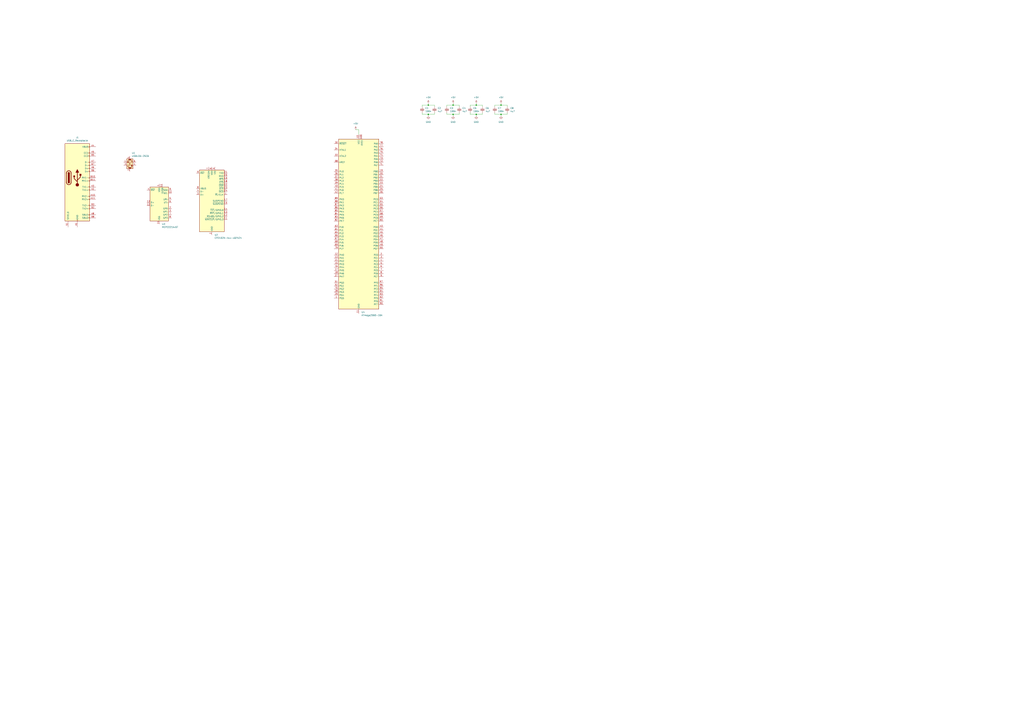
<source format=kicad_sch>
(kicad_sch (version 20231120) (generator "eeschema") (generator_version "8.0")
  (paper "A1")
  (lib_symbols
    (symbol "Connector:USB_C_Receptacle" (pin_names (offset 1.016))
      (property "Reference" "J" (at -10.16 29.21 0))
      (property "Value" "USB_C_Receptacle" (at 10.16 29.21 0))
      (symbol "USB_C_Receptacle_0_0"
        (rectangle (start -0.254 -35.56) (end 0.254 -34.544))
        (rectangle (start 10.16 -32.766) (end 9.144 -33.274))
        (rectangle (start 10.16 -30.226) (end 9.144 -30.734))
        (rectangle (start 10.16 -25.146) (end 9.144 -25.654))
        (rectangle (start 10.16 -22.606) (end 9.144 -23.114))
        (rectangle (start 10.16 -17.526) (end 9.144 -18.034))
        (rectangle (start 10.16 -14.986) (end 9.144 -15.494))
        (rectangle (start 10.16 -9.906) (end 9.144 -10.414))
        (rectangle (start 10.16 -7.366) (end 9.144 -7.874))
        (rectangle (start 10.16 -2.286) (end 9.144 -2.794))
        (rectangle (start 10.16 0.254) (end 9.144 -0.254))
        (rectangle (start 10.16 5.334) (end 9.144 4.826))
        (rectangle (start 10.16 7.874) (end 9.144 7.366))
        (rectangle (start 10.16 10.414) (end 9.144 9.906))
        (rectangle (start 10.16 12.954) (end 9.144 12.446))
        (rectangle (start 10.16 18.034) (end 9.144 17.526))
        (rectangle (start 10.16 20.574) (end 9.144 20.066))
        (rectangle (start 10.16 25.654) (end 9.144 25.146))
      )
      (symbol "USB_C_Receptacle_0_1"
        (rectangle (start -10.16 27.94) (end 10.16 -35.56) (stroke (width 0.254)) (fill (type background)))
        (arc (start -8.89 -3.81) (mid -6.985 -5.7067) (end -5.08 -3.81) (stroke (width 0.508)))
        (arc (start -7.62 -3.81) (mid -6.985 -4.4423) (end -6.35 -3.81) (stroke (width 0.254)))
        (arc (start -7.62 -3.81) (mid -6.985 -4.4423) (end -6.35 -3.81) (stroke (width 0.254)) (fill (type outline)))
        (rectangle (start -7.62 -3.81) (end -6.35 3.81) (stroke (width 0.254)) (fill (type outline)))
        (arc (start -6.35 3.81) (mid -6.985 4.4423) (end -7.62 3.81) (stroke (width 0.254)))
        (arc (start -6.35 3.81) (mid -6.985 4.4423) (end -7.62 3.81) (stroke (width 0.254)) (fill (type outline)))
        (arc (start -5.08 3.81) (mid -6.985 5.7067) (end -8.89 3.81) (stroke (width 0.508)))
        (polyline (pts (xy -8.89 -3.81) (xy -8.89 3.81)) (stroke (width 0.508)))
        (polyline (pts (xy -5.08 3.81) (xy -5.08 -3.81)) (stroke (width 0.508)))
      )
      (symbol "USB_C_Receptacle_1_1"
        (circle (center -2.54 1.143) (radius 0.635) (stroke (width 0.254)) (fill (type outline)))
        (circle (center 0 -5.842) (radius 1.27) (fill (type outline)))
        (polyline (pts (xy 0 -5.842) (xy 0 4.318)) (stroke (width 0.508)))
        (polyline (pts (xy 0 -3.302) (xy -2.54 -0.762) (xy -2.54 0.508)) (stroke (width 0.508)))
        (polyline (pts (xy 0 -2.032) (xy 2.54 0.508) (xy 2.54 1.778)) (stroke (width 0.508)))
        (polyline (pts (xy -1.27 4.318) (xy 0 6.858) (xy 1.27 4.318) (xy -1.27 4.318)) (stroke (width 0.254)) (fill (type outline)))
        (rectangle (start 1.905 1.778) (end 3.175 3.048) (stroke (width 0.254)) (fill (type outline)))
        (pin passive line (at 0 -40.64 90) (length 5.08) (name "GND") (number "A1"))
        (pin bidirectional line (at 15.24 -15.24 180) (length 5.08) (name "RX2-") (number "A10"))
        (pin bidirectional line (at 15.24 -17.78 180) (length 5.08) (name "RX2+") (number "A11"))
        (pin passive line (at 0 -40.64 90) (length 5.08) hide (name "GND") (number "A12"))
        (pin bidirectional line (at 15.24 -10.16 180) (length 5.08) (name "TX1+") (number "A2"))
        (pin bidirectional line (at 15.24 -7.62 180) (length 5.08) (name "TX1-") (number "A3"))
        (pin passive line (at 15.24 25.4 180) (length 5.08) (name "VBUS") (number "A4"))
        (pin bidirectional line (at 15.24 20.32 180) (length 5.08) (name "CC1") (number "A5"))
        (pin bidirectional line (at 15.24 7.62 180) (length 5.08) (name "D+") (number "A6"))
        (pin bidirectional line (at 15.24 12.7 180) (length 5.08) (name "D-") (number "A7"))
        (pin bidirectional line (at 15.24 -30.48 180) (length 5.08) (name "SBU1") (number "A8"))
        (pin passive line (at 15.24 25.4 180) (length 5.08) hide (name "VBUS") (number "A9"))
        (pin passive line (at 0 -40.64 90) (length 5.08) hide (name "GND") (number "B1"))
        (pin bidirectional line (at 15.24 0 180) (length 5.08) (name "RX1-") (number "B10"))
        (pin bidirectional line (at 15.24 -2.54 180) (length 5.08) (name "RX1+") (number "B11"))
        (pin passive line (at 0 -40.64 90) (length 5.08) hide (name "GND") (number "B12"))
        (pin bidirectional line (at 15.24 -25.4 180) (length 5.08) (name "TX2+") (number "B2"))
        (pin bidirectional line (at 15.24 -22.86 180) (length 5.08) (name "TX2-") (number "B3"))
        (pin passive line (at 15.24 25.4 180) (length 5.08) hide (name "VBUS") (number "B4"))
        (pin bidirectional line (at 15.24 17.78 180) (length 5.08) (name "CC2") (number "B5"))
        (pin bidirectional line (at 15.24 5.08 180) (length 5.08) (name "D+") (number "B6"))
        (pin bidirectional line (at 15.24 10.16 180) (length 5.08) (name "D-") (number "B7"))
        (pin bidirectional line (at 15.24 -33.02 180) (length 5.08) (name "SBU2") (number "B8"))
        (pin passive line (at 15.24 25.4 180) (length 5.08) hide (name "VBUS") (number "B9"))
        (pin passive line (at -7.62 -40.64 90) (length 5.08) (name "SHIELD") (number "S1"))
      )
    )
    (symbol "Device:C_Small" (pin_numbers hide) (pin_names (offset 0.254) hide)
      (property "Reference" "C" (at 0.254 1.778 0))
      (property "Value" "C_Small" (at 0.254 -2.032 0))
      (symbol "C_Small_0_1"
        (polyline (pts (xy -1.524 -0.508) (xy 1.524 -0.508)) (stroke (width 0.3302)))
        (polyline (pts (xy -1.524 0.508) (xy 1.524 0.508)) (stroke (width 0.3048)))
      )
      (symbol "C_Small_1_1"
        (pin passive line (at 0 2.54 270) (length 2.032) (name "~") (number "1"))
        (pin passive line (at 0 -2.54 90) (length 2.032) (name "~") (number "2"))
      )
    )
    (symbol "Interface_USB:CP2102N-Axx-xQFN24"
      (property "Reference" "U" (at -8.89 26.67 0))
      (property "Value" "CP2102N-Axx-xQFN24" (at 13.97 26.67 0))
      (symbol "CP2102N-Axx-xQFN24_0_1"
        (rectangle (start -10.16 25.4) (end 10.16 -25.4) (stroke (width 0.254)) (fill (type background)))
      )
      (symbol "CP2102N-Axx-xQFN24_1_1"
        (pin bidirectional line (at 12.7 5.08 180) (length 2.54) (name "~{RI}/CLK") (number "1"))
        (pin no_connect line (at -10.16 -22.86 0) (length 2.54) hide (name "NC") (number "10"))
        (pin bidirectional line (at 12.7 -15.24 180) (length 2.54) (name "~{WAKEUP}/GPIO.3") (number "11"))
        (pin bidirectional line (at 12.7 -12.7 180) (length 2.54) (name "RS485/GPIO.2") (number "12"))
        (pin bidirectional line (at 12.7 -10.16 180) (length 2.54) (name "~{RXT}/GPIO.1") (number "13"))
        (pin bidirectional line (at 12.7 -7.62 180) (length 2.54) (name "~{TXT}/GPIO.0") (number "14"))
        (pin output line (at 12.7 -2.54 180) (length 2.54) (name "~{SUSPEND}") (number "15"))
        (pin no_connect line (at 10.16 -22.86 180) (length 2.54) hide (name "NC") (number "16"))
        (pin output line (at 12.7 0 180) (length 2.54) (name "SUSPEND") (number "17"))
        (pin input line (at 12.7 15.24 180) (length 2.54) (name "~{CTS}") (number "18"))
        (pin output line (at 12.7 17.78 180) (length 2.54) (name "~{RTS}") (number "19"))
        (pin power_in line (at 0 -27.94 90) (length 2.54) (name "GND") (number "2"))
        (pin input line (at 12.7 20.32 180) (length 2.54) (name "RXD") (number "20"))
        (pin output line (at 12.7 22.86 180) (length 2.54) (name "TXD") (number "21"))
        (pin input line (at 12.7 12.7 180) (length 2.54) (name "~{DSR}") (number "22"))
        (pin output line (at 12.7 10.16 180) (length 2.54) (name "~{DTR}") (number "23"))
        (pin input line (at 12.7 7.62 180) (length 2.54) (name "~{DCD}") (number "24"))
        (pin passive line (at 0 -27.94 90) (length 2.54) hide (name "GND") (number "25"))
        (pin bidirectional line (at -12.7 5.08 0) (length 2.54) (name "D+") (number "3"))
        (pin bidirectional line (at -12.7 7.62 0) (length 2.54) (name "D-") (number "4"))
        (pin power_in line (at 2.54 27.94 270) (length 2.54) (name "VIO") (number "5"))
        (pin power_in line (at 0 27.94 270) (length 2.54) (name "VDD") (number "6"))
        (pin power_in line (at -2.54 27.94 270) (length 2.54) (name "VREGIN") (number "7"))
        (pin input line (at -12.7 10.16 0) (length 2.54) (name "VBUS") (number "8"))
        (pin input line (at -12.7 22.86 0) (length 2.54) (name "~{RST}") (number "9"))
      )
    )
    (symbol "Interface_USB:MCP2221AxST"
      (property "Reference" "U" (at -7.62 16.51 0))
      (property "Value" "MCP2221AxST" (at 12.7 16.51 0))
      (symbol "MCP2221AxST_0_1"
        (rectangle (start -7.62 15.24) (end 7.62 -12.7) (stroke (width 0.254)) (fill (type background)))
      )
      (symbol "MCP2221AxST_1_1"
        (pin power_in line (at 0 17.78 270) (length 2.54) (name "VDD") (number "1"))
        (pin bidirectional line (at 10.16 10.16 180) (length 2.54) (name "SCL") (number "10"))
        (pin passive line (at 2.54 17.78 270) (length 2.54) (name "VUSB") (number "11"))
        (pin bidirectional line (at -10.16 0 0) (length 2.54) (name "D-") (number "12"))
        (pin bidirectional line (at -10.16 2.54 0) (length 2.54) (name "D+") (number "13"))
        (pin power_in line (at 0 -15.24 90) (length 2.54) (name "VSS") (number "14"))
        (pin bidirectional line (at 10.16 -2.54 180) (length 2.54) (name "GP0") (number "2"))
        (pin bidirectional line (at 10.16 -5.08 180) (length 2.54) (name "GP1") (number "3"))
        (pin input line (at -10.16 12.7 0) (length 2.54) (name "~{RST}") (number "4"))
        (pin input line (at 10.16 5.08 180) (length 2.54) (name "URx") (number "5"))
        (pin output line (at 10.16 2.54 180) (length 2.54) (name "UTx") (number "6"))
        (pin bidirectional line (at 10.16 -7.62 180) (length 2.54) (name "GP2") (number "7"))
        (pin bidirectional line (at 10.16 -10.16 180) (length 2.54) (name "GP3") (number "8"))
        (pin bidirectional line (at 10.16 12.7 180) (length 2.54) (name "SDA") (number "9"))
      )
    )
    (symbol "MCU_Microchip_ATmega:ATmega2560-16A"
      (property "Reference" "U" (at 0 1.27 0))
      (property "Value" "ATmega2560-16A" (at 0 -1.27 0))
      (symbol "ATmega2560-16A_0_1"
        (rectangle (start -16.51 -69.85) (end 16.51 69.85) (stroke (width 0.254)) (fill (type background)))
      )
      (symbol "ATmega2560-16A_1_1"
        (pin bidirectional line (at -20.32 -60.96 0) (length 3.81) (name "PG5") (number "1"))
        (pin power_in line (at 0 73.66 270) (length 3.81) (name "VCC") (number "10"))
        (pin power_in line (at 2.54 73.66 270) (length 3.81) (name "AVCC") (number "100"))
        (pin power_in line (at 0 -73.66 90) (length 3.81) (name "GND") (number "11"))
        (pin bidirectional line (at -20.32 -25.4 0) (length 3.81) (name "PH0") (number "12"))
        (pin bidirectional line (at -20.32 -27.94 0) (length 3.81) (name "PH1") (number "13"))
        (pin bidirectional line (at -20.32 -30.48 0) (length 3.81) (name "PH2") (number "14"))
        (pin bidirectional line (at -20.32 -33.02 0) (length 3.81) (name "PH3") (number "15"))
        (pin bidirectional line (at -20.32 -35.56 0) (length 3.81) (name "PH4") (number "16"))
        (pin bidirectional line (at -20.32 -38.1 0) (length 3.81) (name "PH5") (number "17"))
        (pin bidirectional line (at -20.32 -40.64 0) (length 3.81) (name "PH6") (number "18"))
        (pin bidirectional line (at 20.32 43.18 180) (length 3.81) (name "PB0") (number "19"))
        (pin bidirectional line (at 20.32 -25.4 180) (length 3.81) (name "PE0") (number "2"))
        (pin bidirectional line (at 20.32 40.64 180) (length 3.81) (name "PB1") (number "20"))
        (pin bidirectional line (at 20.32 38.1 180) (length 3.81) (name "PB2") (number "21"))
        (pin bidirectional line (at 20.32 35.56 180) (length 3.81) (name "PB3") (number "22"))
        (pin bidirectional line (at 20.32 33.02 180) (length 3.81) (name "PB4") (number "23"))
        (pin bidirectional line (at 20.32 30.48 180) (length 3.81) (name "PB5") (number "24"))
        (pin bidirectional line (at 20.32 27.94 180) (length 3.81) (name "PB6") (number "25"))
        (pin bidirectional line (at 20.32 25.4 180) (length 3.81) (name "PB7") (number "26"))
        (pin bidirectional line (at -20.32 -43.18 0) (length 3.81) (name "PH7") (number "27"))
        (pin bidirectional line (at -20.32 -55.88 0) (length 3.81) (name "PG3") (number "28"))
        (pin bidirectional line (at -20.32 -58.42 0) (length 3.81) (name "PG4") (number "29"))
        (pin bidirectional line (at 20.32 -27.94 180) (length 3.81) (name "PE1") (number "3"))
        (pin input line (at -20.32 66.04 0) (length 3.81) (name "~{RESET}") (number "30"))
        (pin passive line (at 0 73.66 270) (length 3.81) hide (name "VCC") (number "31"))
        (pin passive line (at 0 -73.66 90) (length 3.81) hide (name "GND") (number "32"))
        (pin output line (at -20.32 55.88 0) (length 3.81) (name "XTAL2") (number "33"))
        (pin input line (at -20.32 60.96 0) (length 3.81) (name "XTAL1") (number "34"))
        (pin bidirectional line (at -20.32 43.18 0) (length 3.81) (name "PL0") (number "35"))
        (pin bidirectional line (at -20.32 40.64 0) (length 3.81) (name "PL1") (number "36"))
        (pin bidirectional line (at -20.32 38.1 0) (length 3.81) (name "PL2") (number "37"))
        (pin bidirectional line (at -20.32 35.56 0) (length 3.81) (name "PL3") (number "38"))
        (pin bidirectional line (at -20.32 33.02 0) (length 3.81) (name "PL4") (number "39"))
        (pin bidirectional line (at 20.32 -30.48 180) (length 3.81) (name "PE2") (number "4"))
        (pin bidirectional line (at -20.32 30.48 0) (length 3.81) (name "PL5") (number "40"))
        (pin bidirectional line (at -20.32 27.94 0) (length 3.81) (name "PL6") (number "41"))
        (pin bidirectional line (at -20.32 25.4 0) (length 3.81) (name "PL7") (number "42"))
        (pin bidirectional line (at 20.32 -2.54 180) (length 3.81) (name "PD0") (number "43"))
        (pin bidirectional line (at 20.32 -5.08 180) (length 3.81) (name "PD1") (number "44"))
        (pin bidirectional line (at 20.32 -7.62 180) (length 3.81) (name "PD2") (number "45"))
        (pin bidirectional line (at 20.32 -10.16 180) (length 3.81) (name "PD3") (number "46"))
        (pin bidirectional line (at 20.32 -12.7 180) (length 3.81) (name "PD4") (number "47"))
        (pin bidirectional line (at 20.32 -15.24 180) (length 3.81) (name "PD5") (number "48"))
        (pin bidirectional line (at 20.32 -17.78 180) (length 3.81) (name "PD6") (number "49"))
        (pin bidirectional line (at 20.32 -33.02 180) (length 3.81) (name "PE3") (number "5"))
        (pin bidirectional line (at 20.32 -20.32 180) (length 3.81) (name "PD7") (number "50"))
        (pin bidirectional line (at -20.32 -48.26 0) (length 3.81) (name "PG0") (number "51"))
        (pin bidirectional line (at -20.32 -50.8 0) (length 3.81) (name "PG1") (number "52"))
        (pin bidirectional line (at 20.32 20.32 180) (length 3.81) (name "PC0") (number "53"))
        (pin bidirectional line (at 20.32 17.78 180) (length 3.81) (name "PC1") (number "54"))
        (pin bidirectional line (at 20.32 15.24 180) (length 3.81) (name "PC2") (number "55"))
        (pin bidirectional line (at 20.32 12.7 180) (length 3.81) (name "PC3") (number "56"))
        (pin bidirectional line (at 20.32 10.16 180) (length 3.81) (name "PC4") (number "57"))
        (pin bidirectional line (at 20.32 7.62 180) (length 3.81) (name "PC5") (number "58"))
        (pin bidirectional line (at 20.32 5.08 180) (length 3.81) (name "PC6") (number "59"))
        (pin bidirectional line (at 20.32 -35.56 180) (length 3.81) (name "PE4") (number "6"))
        (pin bidirectional line (at 20.32 2.54 180) (length 3.81) (name "PC7") (number "60"))
        (pin passive line (at 0 73.66 270) (length 3.81) hide (name "VCC") (number "61"))
        (pin passive line (at 0 -73.66 90) (length 3.81) hide (name "GND") (number "62"))
        (pin bidirectional line (at -20.32 -2.54 0) (length 3.81) (name "PJ0") (number "63"))
        (pin bidirectional line (at -20.32 -5.08 0) (length 3.81) (name "PJ1") (number "64"))
        (pin bidirectional line (at -20.32 -7.62 0) (length 3.81) (name "PJ2") (number "65"))
        (pin bidirectional line (at -20.32 -10.16 0) (length 3.81) (name "PJ3") (number "66"))
        (pin bidirectional line (at -20.32 -12.7 0) (length 3.81) (name "PJ4") (number "67"))
        (pin bidirectional line (at -20.32 -15.24 0) (length 3.81) (name "PJ5") (number "68"))
        (pin bidirectional line (at -20.32 -17.78 0) (length 3.81) (name "PJ6") (number "69"))
        (pin bidirectional line (at 20.32 -38.1 180) (length 3.81) (name "PE5") (number "7"))
        (pin bidirectional line (at -20.32 -53.34 0) (length 3.81) (name "PG2") (number "70"))
        (pin bidirectional line (at 20.32 48.26 180) (length 3.81) (name "PA7") (number "71"))
        (pin bidirectional line (at 20.32 50.8 180) (length 3.81) (name "PA6") (number "72"))
        (pin bidirectional line (at 20.32 53.34 180) (length 3.81) (name "PA5") (number "73"))
        (pin bidirectional line (at 20.32 55.88 180) (length 3.81) (name "PA4") (number "74"))
        (pin bidirectional line (at 20.32 58.42 180) (length 3.81) (name "PA3") (number "75"))
        (pin bidirectional line (at 20.32 60.96 180) (length 3.81) (name "PA2") (number "76"))
        (pin bidirectional line (at 20.32 63.5 180) (length 3.81) (name "PA1") (number "77"))
        (pin bidirectional line (at 20.32 66.04 180) (length 3.81) (name "PA0") (number "78"))
        (pin bidirectional line (at -20.32 -20.32 0) (length 3.81) (name "PJ7") (number "79"))
        (pin bidirectional line (at 20.32 -40.64 180) (length 3.81) (name "PE6") (number "8"))
        (pin passive line (at 0 73.66 270) (length 3.81) hide (name "VCC") (number "80"))
        (pin passive line (at 0 -73.66 90) (length 3.81) hide (name "GND") (number "81"))
        (pin bidirectional line (at -20.32 2.54 0) (length 3.81) (name "PK7") (number "82"))
        (pin bidirectional line (at -20.32 5.08 0) (length 3.81) (name "PK6") (number "83"))
        (pin bidirectional line (at -20.32 7.62 0) (length 3.81) (name "PK5") (number "84"))
        (pin bidirectional line (at -20.32 10.16 0) (length 3.81) (name "PK4") (number "85"))
        (pin bidirectional line (at -20.32 12.7 0) (length 3.81) (name "PK3") (number "86"))
        (pin bidirectional line (at -20.32 15.24 0) (length 3.81) (name "PK2") (number "87"))
        (pin bidirectional line (at -20.32 17.78 0) (length 3.81) (name "PK1") (number "88"))
        (pin bidirectional line (at -20.32 20.32 0) (length 3.81) (name "PK0") (number "89"))
        (pin bidirectional line (at 20.32 -43.18 180) (length 3.81) (name "PE7") (number "9"))
        (pin bidirectional line (at 20.32 -66.04 180) (length 3.81) (name "PF7") (number "90"))
        (pin bidirectional line (at 20.32 -63.5 180) (length 3.81) (name "PF6") (number "91"))
        (pin bidirectional line (at 20.32 -60.96 180) (length 3.81) (name "PF5") (number "92"))
        (pin bidirectional line (at 20.32 -58.42 180) (length 3.81) (name "PF4") (number "93"))
        (pin bidirectional line (at 20.32 -55.88 180) (length 3.81) (name "PF3") (number "94"))
        (pin bidirectional line (at 20.32 -53.34 180) (length 3.81) (name "PF2") (number "95"))
        (pin bidirectional line (at 20.32 -50.8 180) (length 3.81) (name "PF1") (number "96"))
        (pin bidirectional line (at 20.32 -48.26 180) (length 3.81) (name "PF0") (number "97"))
        (pin passive line (at -20.32 50.8 0) (length 3.81) (name "AREF") (number "98"))
        (pin passive line (at 0 -73.66 90) (length 3.81) hide (name "GND") (number "99"))
      )
    )
    (symbol "Power_Protection:USBLC6-2SC6" (pin_names hide)
      (property "Reference" "U" (at 0.635 5.715 0))
      (property "Value" "USBLC6-2SC6" (at 0.635 3.81 0))
      (symbol "USBLC6-2SC6_0_0"
        (circle (center -1.524 0) (radius 0.0001) (stroke (width 0.508)))
        (circle (center -0.508 -4.572) (radius 0.0001) (stroke (width 0.508)))
        (circle (center -0.508 2.032) (radius 0.0001) (stroke (width 0.508)))
        (circle (center 0.508 -4.572) (radius 0.0001) (stroke (width 0.508)))
        (circle (center 0.508 2.032) (radius 0.0001) (stroke (width 0.508)))
        (circle (center 1.524 -2.54) (radius 0.0001) (stroke (width 0.508)))
      )
      (symbol "USBLC6-2SC6_0_1"
        (polyline (pts (xy -2.54 -2.54) (xy 2.54 -2.54)))
        (polyline (pts (xy -2.54 0) (xy 2.54 0)))
        (polyline (pts (xy -2.032 -3.048) (xy -1.016 -3.048)))
        (polyline (pts (xy -1.016 1.524) (xy -2.032 1.524)))
        (polyline (pts (xy 1.016 -3.048) (xy 2.032 -3.048)))
        (polyline (pts (xy 1.016 1.524) (xy 2.032 1.524)))
        (polyline (pts (xy -0.508 -1.143) (xy -0.508 -0.762) (xy 0.508 -0.762)))
        (polyline (pts (xy -2.032 0.508) (xy -1.016 0.508) (xy -1.524 1.524) (xy -2.032 0.508)))
        (polyline (pts (xy -1.016 -4.064) (xy -2.032 -4.064) (xy -1.524 -3.048) (xy -1.016 -4.064)))
        (polyline (pts (xy 0.508 -1.778) (xy -0.508 -1.778) (xy 0 -0.762) (xy 0.508 -1.778)))
        (polyline (pts (xy 2.032 -4.064) (xy 1.016 -4.064) (xy 1.524 -3.048) (xy 2.032 -4.064)))
        (polyline (pts (xy 2.032 0.508) (xy 1.016 0.508) (xy 1.524 1.524) (xy 2.032 0.508)))
        (polyline (pts (xy 0 2.54) (xy -0.508 2.032) (xy 0.508 2.032) (xy 0 1.524) (xy 0 -4.064) (xy -0.508 -4.572) (xy 0.508 -4.572) (xy 0 -5.08)))
      )
      (symbol "USBLC6-2SC6_1_1"
        (rectangle (start -2.54 2.794) (end 2.54 -5.334) (stroke (width 0.254)) (fill (type background)))
        (polyline (pts (xy -0.508 2.032) (xy -1.524 2.032) (xy -1.524 -4.572) (xy -0.508 -4.572)))
        (polyline (pts (xy 0.508 -4.572) (xy 1.524 -4.572) (xy 1.524 2.032) (xy 0.508 2.032)))
        (pin passive line (at -5.08 0 0) (length 2.54) (name "I/O1") (number "1"))
        (pin passive line (at 0 -7.62 90) (length 2.54) (name "GND") (number "2"))
        (pin passive line (at -5.08 -2.54 0) (length 2.54) (name "I/O2") (number "3"))
        (pin passive line (at 5.08 -2.54 180) (length 2.54) (name "I/O2") (number "4"))
        (pin passive line (at 0 5.08 270) (length 2.54) (name "VBUS") (number "5"))
        (pin passive line (at 5.08 0 180) (length 2.54) (name "I/O1") (number "6"))
      )
    )
    (symbol "power:+5V" (power) (pin_numbers hide) (pin_names (offset 0) hide)
      (property "Value" "+5V" (at 0 3.556 0))
      (symbol "+5V_0_1"
        (polyline (pts (xy -0.762 1.27) (xy 0 2.54)))
        (polyline (pts (xy 0 0) (xy 0 2.54)))
        (polyline (pts (xy 0 2.54) (xy 0.762 1.27)))
      )
      (symbol "+5V_1_1"
        (pin power_in line (at 0 0 90) (length 0) (name "~") (number "1"))
      )
    )
    (symbol "power:GND" (power) (pin_numbers hide) (pin_names (offset 0) hide)
      (property "Value" "GND" (at 0 -3.81 0))
      (symbol "GND_0_1"
        (polyline (pts (xy 0 0) (xy 0 -1.27) (xy 1.27 -1.27) (xy 0 -2.54) (xy -1.27 -1.27) (xy 0 -1.27)))
      )
      (symbol "GND_1_1"
        (pin power_in line (at 0 0 270) (length 0) (name "~") (number "1"))
      )
    )
  )
  (junction (at 351.79 93.98))
  (junction (at 351.79 86.36))
  (junction (at 411.48 86.36))
  (junction (at 372.11 93.98))
  (junction (at 391.16 93.98))
  (junction (at 391.16 86.36))
  (junction (at 372.11 86.36))
  (junction (at 411.48 93.98))
  (wire (pts (xy 396.24 93.98) (xy 391.16 93.98)))
  (wire (pts (xy 356.87 86.36) (xy 351.79 86.36)))
  (wire (pts (xy 346.71 87.63) (xy 346.71 86.36)))
  (wire (pts (xy 411.48 93.98) (xy 411.48 95.25)))
  (wire (pts (xy 416.56 92.71) (xy 416.56 93.98)))
  (wire (pts (xy 351.79 93.98) (xy 351.79 95.25)))
  (wire (pts (xy 411.48 86.36) (xy 411.48 85.09)))
  (wire (pts (xy 294.64 106.68) (xy 294.64 110.49)))
  (wire (pts (xy 292.1 106.68) (xy 294.64 106.68)))
  (wire (pts (xy 377.19 92.71) (xy 377.19 93.98)))
  (wire (pts (xy 406.4 93.98) (xy 411.48 93.98)))
  (wire (pts (xy 396.24 87.63) (xy 396.24 86.36)))
  (wire (pts (xy 386.08 93.98) (xy 391.16 93.98)))
  (wire (pts (xy 377.19 87.63) (xy 377.19 86.36)))
  (wire (pts (xy 386.08 92.71) (xy 386.08 93.98)))
  (wire (pts (xy 356.87 93.98) (xy 351.79 93.98)))
  (wire (pts (xy 391.16 93.98) (xy 391.16 95.25)))
  (wire (pts (xy 386.08 86.36) (xy 391.16 86.36)))
  (wire (pts (xy 416.56 86.36) (xy 411.48 86.36)))
  (wire (pts (xy 377.19 86.36) (xy 372.11 86.36)))
  (wire (pts (xy 346.71 92.71) (xy 346.71 93.98)))
  (wire (pts (xy 396.24 92.71) (xy 396.24 93.98)))
  (wire (pts (xy 396.24 86.36) (xy 391.16 86.36)))
  (wire (pts (xy 367.03 86.36) (xy 372.11 86.36)))
  (wire (pts (xy 367.03 87.63) (xy 367.03 86.36)))
  (wire (pts (xy 346.71 86.36) (xy 351.79 86.36)))
  (wire (pts (xy 406.4 92.71) (xy 406.4 93.98)))
  (wire (pts (xy 351.79 86.36) (xy 351.79 85.09)))
  (wire (pts (xy 346.71 93.98) (xy 351.79 93.98)))
  (wire (pts (xy 406.4 86.36) (xy 411.48 86.36)))
  (wire (pts (xy 386.08 87.63) (xy 386.08 86.36)))
  (wire (pts (xy 367.03 92.71) (xy 367.03 93.98)))
  (wire (pts (xy 406.4 87.63) (xy 406.4 86.36)))
  (wire (pts (xy 391.16 86.36) (xy 391.16 85.09)))
  (wire (pts (xy 416.56 93.98) (xy 411.48 93.98)))
  (wire (pts (xy 372.11 86.36) (xy 372.11 85.09)))
  (wire (pts (xy 372.11 93.98) (xy 372.11 95.25)))
  (wire (pts (xy 356.87 87.63) (xy 356.87 86.36)))
  (wire (pts (xy 356.87 92.71) (xy 356.87 93.98)))
  (wire (pts (xy 367.03 93.98) (xy 372.11 93.98)))
  (wire (pts (xy 416.56 87.63) (xy 416.56 86.36)))
  (wire (pts (xy 377.19 93.98) (xy 372.11 93.98)))
  (symbol (lib_id "Device:C_Small") (at 367.03 90.17 0) (unit 1)
    (property "Reference" "C3" (at 369.57 88.9062 0) (effects (justify left)))
    (property "Value" "100n" (at 369.57 91.4462 0) (effects (justify left)))
    (property "Footprint" "Capacitor_SMD:C_0402_1005Metric" (effects (hide yes)))
    (property "Description" "Unpolarized capacitor, small symbol" (effects (hide yes)))
    (property "LCSC" "C77020" (effects (hide yes)))
  )
  (symbol (lib_id "Connector:USB_C_Receptacle") (at 63.5 146.05 0) (unit 1)
    (property "Reference" "J1" (at 63.5 113.03 0))
    (property "Value" "USB_C_Receptacle" (at 63.5 115.57 0))
    (property "Footprint" "Connector_USB:USB_C_Receptacle_Amphenol_12401548E4-2A_CircularHoles" (effects (hide yes)))
    (property "Datasheet" "https://www.usb.org/sites/default/files/documents/usb_type-c.zip" (effects (hide yes)))
    (property "Description" "USB Full-Featured Type-C Receptacle connector" (effects (hide yes)))
    (property "LCSC" "C3039307" (effects (hide yes)))
  )
  (symbol (lib_id "power:GND") (at 351.79 95.25 0) (unit 1)
    (property "Reference" "#PWR02" (effects (hide yes)))
    (property "Value" "GND" (at 351.79 100.33 0))
    (property "Description" "Power symbol creates a global label with name \"GND\" , ground" (effects (hide yes)))
  )
  (symbol (lib_id "Interface_USB:MCP2221AxST") (at 130.81 168.91 0) (unit 1)
    (property "Reference" "U3" (at 133.0041 184.15 0) (effects (justify left)))
    (property "Value" "MCP2221AxST" (at 133.0041 186.69 0) (effects (justify left)))
    (property "Footprint" "Package_SO:TSSOP-14_4.4x5mm_P0.65mm" (effects (hide yes)))
    (property "Datasheet" "http://ww1.microchip.com/downloads/en/DeviceDoc/20005565B.pdf" (effects (hide yes)))
    (property "Description" "USB to I2C/UART Protocol Converter with GPIO, TSSOP-14" (effects (hide yes)))
    (property "LCSC" "C130462" (effects (hide yes)))
  )
  (symbol (lib_id "MCU_Microchip_ATmega:ATmega2560-16A") (at 294.64 184.15 0) (unit 1)
    (property "Reference" "U4" (at 296.8341 256.54 0) (effects (justify left)))
    (property "Value" "ATmega2560-16A" (at 296.8341 259.08 0) (effects (justify left)))
    (property "Footprint" "Package_QFP:TQFP-100_14x14mm_P0.5mm" (effects (hide yes)))
    (property "Datasheet" "http://ww1.microchip.com/downloads/en/DeviceDoc/Atmel-2549-8-bit-AVR-Microcontroller-ATmega640-1280-1281-2560-2561_datasheet.pdf" (effects (hide yes)))
    (property "Description" "16MHz, 256kB Flash, 8kB SRAM, 4kB EEPROM, JTAG, TQFP-100" (effects (hide yes)))
    (property "LCSC" "C22460" (effects (hide yes)))
  )
  (symbol (lib_id "power:GND") (at 391.16 95.25 0) (unit 1)
    (property "Reference" "#PWR07" (effects (hide yes)))
    (property "Value" "GND" (at 391.16 100.33 0))
    (property "Description" "Power symbol creates a global label with name \"GND\" , ground" (effects (hide yes)))
  )
  (symbol (lib_id "power:+5V") (at 411.48 85.09 0) (unit 1)
    (property "Reference" "#PWR06" (effects (hide yes)))
    (property "Value" "+5V" (at 411.48 80.01 0))
    (property "Description" "Power symbol creates a global label with name \"+5V\"" (effects (hide yes)))
  )
  (symbol (lib_id "Device:C_Small") (at 377.19 90.17 0) (unit 1)
    (property "Reference" "C4" (at 379.73 88.9062 0) (effects (justify left)))
    (property "Value" "4u7" (at 379.73 91.4462 0) (effects (justify left)))
    (property "Footprint" "Capacitor_SMD:C_0603_1608Metric" (effects (hide yes)))
    (property "Description" "Unpolarized capacitor, small symbol" (effects (hide yes)))
    (property "LCSC" "C71631" (effects (hide yes)))
  )
  (symbol (lib_id "power:+5V") (at 292.1 106.68 0) (unit 1)
    (property "Reference" "#PWR09" (effects (hide yes)))
    (property "Value" "+5V" (at 292.1 101.6 0))
    (property "Description" "Power symbol creates a global label with name \"+5V\"" (effects (hide yes)))
  )
  (symbol (lib_id "Device:C_Small") (at 416.56 90.17 0) (unit 1)
    (property "Reference" "C8" (at 419.1 88.9062 0) (effects (justify left)))
    (property "Value" "4u7" (at 419.1 91.4462 0) (effects (justify left)))
    (property "Footprint" "Capacitor_SMD:C_0603_1608Metric" (effects (hide yes)))
    (property "Description" "Unpolarized capacitor, small symbol" (effects (hide yes)))
    (property "LCSC" "C71631" (effects (hide yes)))
  )
  (symbol (lib_id "Device:C_Small") (at 346.71 90.17 0) (unit 1)
    (property "Reference" "C1" (at 349.25 88.9062 0) (effects (justify left)))
    (property "Value" "100n" (at 349.25 91.4462 0) (effects (justify left)))
    (property "Footprint" "Capacitor_SMD:C_0402_1005Metric" (effects (hide yes)))
    (property "Description" "Unpolarized capacitor, small symbol" (effects (hide yes)))
    (property "LCSC" "C77020" (effects (hide yes)))
  )
  (symbol (lib_id "power:GND") (at 372.11 95.25 0) (unit 1)
    (property "Reference" "#PWR04" (effects (hide yes)))
    (property "Value" "GND" (at 372.11 100.33 0))
    (property "Description" "Power symbol creates a global label with name \"GND\" , ground" (effects (hide yes)))
  )
  (symbol (lib_id "power:+5V") (at 351.79 85.09 0) (unit 1)
    (property "Reference" "#PWR01" (effects (hide yes)))
    (property "Value" "+5V" (at 351.79 80.01 0))
    (property "Description" "Power symbol creates a global label with name \"+5V\"" (effects (hide yes)))
  )
  (symbol (lib_id "Power_Protection:USBLC6-2SC6") (at 106.68 133.35 0) (unit 1)
    (property "Reference" "U1" (at 108.3311 125.73 0) (effects (justify left)))
    (property "Value" "USBLC6-2SC6" (at 108.3311 128.27 0) (effects (justify left)))
    (property "Footprint" "Package_TO_SOT_SMD:SOT-23-6" (effects (hide yes)))
    (property "Datasheet" "https://www.st.com/resource/en/datasheet/usblc6-2.pdf" (effects (hide yes)))
    (property "Description" "Very low capacitance ESD protection diode, 2 data-line, SOT-23-6" (effects (hide yes)))
    (property "LCSC" "C7519" (effects (hide yes)))
  )
  (symbol (lib_id "Device:C_Small") (at 396.24 90.17 0) (unit 1)
    (property "Reference" "C6" (at 398.78 88.9062 0) (effects (justify left)))
    (property "Value" "4u7" (at 398.78 91.4462 0) (effects (justify left)))
    (property "Footprint" "Capacitor_SMD:C_0603_1608Metric" (effects (hide yes)))
    (property "Description" "Unpolarized capacitor, small symbol" (effects (hide yes)))
    (property "LCSC" "C71631" (effects (hide yes)))
  )
  (symbol (lib_id "power:+5V") (at 391.16 85.09 0) (unit 1)
    (property "Reference" "#PWR05" (effects (hide yes)))
    (property "Value" "+5V" (at 391.16 80.01 0))
    (property "Description" "Power symbol creates a global label with name \"+5V\"" (effects (hide yes)))
  )
  (symbol (lib_id "Device:C_Small") (at 356.87 90.17 0) (unit 1)
    (property "Reference" "C2" (at 359.41 88.9062 0) (effects (justify left)))
    (property "Value" "4u7" (at 359.41 91.4462 0) (effects (justify left)))
    (property "Footprint" "Capacitor_SMD:C_0603_1608Metric" (effects (hide yes)))
    (property "Description" "Unpolarized capacitor, small symbol" (effects (hide yes)))
    (property "LCSC" "C71631" (effects (hide yes)))
  )
  (symbol (lib_id "Interface_USB:CP2102N-Axx-xQFN24") (at 173.99 165.1 0) (unit 1)
    (property "Reference" "U2" (at 176.1841 193.04 0) (effects (justify left)))
    (property "Value" "CP2102N-Axx-xQFN24" (at 176.1841 195.58 0) (effects (justify left)))
    (property "Footprint" "Package_DFN_QFN:QFN-24-1EP_4x4mm_P0.5mm_EP2.6x2.6mm" (effects (hide yes)))
    (property "Datasheet" "https://www.silabs.com/documents/public/data-sheets/cp2102n-datasheet.pdf" (effects (hide yes)))
    (property "Description" "USB to UART master bridge, QFN-24" (effects (hide yes)))
    (property "LCSC" "C969151" (effects (hide yes)))
  )
  (symbol (lib_id "power:GND") (at 411.48 95.25 0) (unit 1)
    (property "Reference" "#PWR08" (effects (hide yes)))
    (property "Value" "GND" (at 411.48 100.33 0))
    (property "Description" "Power symbol creates a global label with name \"GND\" , ground" (effects (hide yes)))
  )
  (symbol (lib_id "power:+5V") (at 372.11 85.09 0) (unit 1)
    (property "Reference" "#PWR03" (effects (hide yes)))
    (property "Value" "+5V" (at 372.11 80.01 0))
    (property "Description" "Power symbol creates a global label with name \"+5V\"" (effects (hide yes)))
  )
  (symbol (lib_id "Device:C_Small") (at 406.4 90.17 0) (unit 1)
    (property "Reference" "C7" (at 408.94 88.9062 0) (effects (justify left)))
    (property "Value" "100n" (at 408.94 91.4462 0) (effects (justify left)))
    (property "Footprint" "Capacitor_SMD:C_0402_1005Metric" (effects (hide yes)))
    (property "Description" "Unpolarized capacitor, small symbol" (effects (hide yes)))
    (property "LCSC" "C77020" (effects (hide yes)))
  )
  (symbol (lib_id "Device:C_Small") (at 386.08 90.17 0) (unit 1)
    (property "Reference" "C5" (at 388.62 88.9062 0) (effects (justify left)))
    (property "Value" "100n" (at 388.62 91.4462 0) (effects (justify left)))
    (property "Footprint" "Capacitor_SMD:C_0402_1005Metric" (effects (hide yes)))
    (property "Description" "Unpolarized capacitor, small symbol" (effects (hide yes)))
    (property "LCSC" "C77020" (effects (hide yes)))
  )
)
</source>
